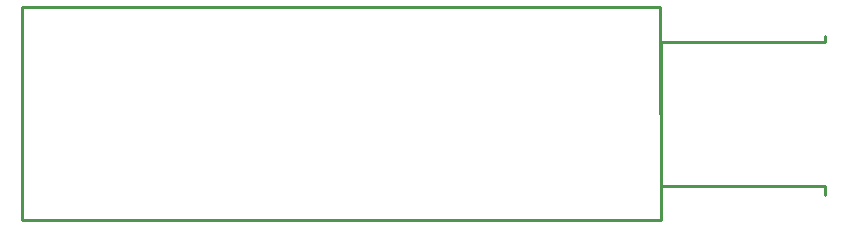
<source format=gko>
G04 Layer: BoardOutlineLayer*
G04 EasyEDA v6.5.50, 2025-07-01 14:26:41*
G04 10da637b71844612bdca41047c5aba70,f23c0848bd594b818c0f9a27fb038be7,10*
G04 Gerber Generator version 0.2*
G04 Scale: 100 percent, Rotated: No, Reflected: No *
G04 Dimensions in millimeters *
G04 leading zeros omitted , absolute positions ,4 integer and 5 decimal *
%FSLAX45Y45*%
%MOMM*%

%ADD10C,0.2540*%
%ADD11C,0.0157*%
D10*
X431800Y9652000D02*
G01*
X431800Y9652000D01*
X431800Y9791700D01*
X5840475Y9791700D01*
X5842000Y7988300D01*
X5840475Y7988300D01*
X431800Y7988300D01*
X431800Y9652000D01*
X431800Y9652000D01*
X5991400Y8280387D02*
G01*
X5841997Y8280387D01*
X5841997Y9499587D01*
X5966000Y9499587D01*
X7236000Y9499587D01*
X7236000Y9550387D01*
X5991400Y8280400D02*
G01*
X7236000Y8280400D01*
X7236000Y8204200D01*

%LPD*%
M02*

</source>
